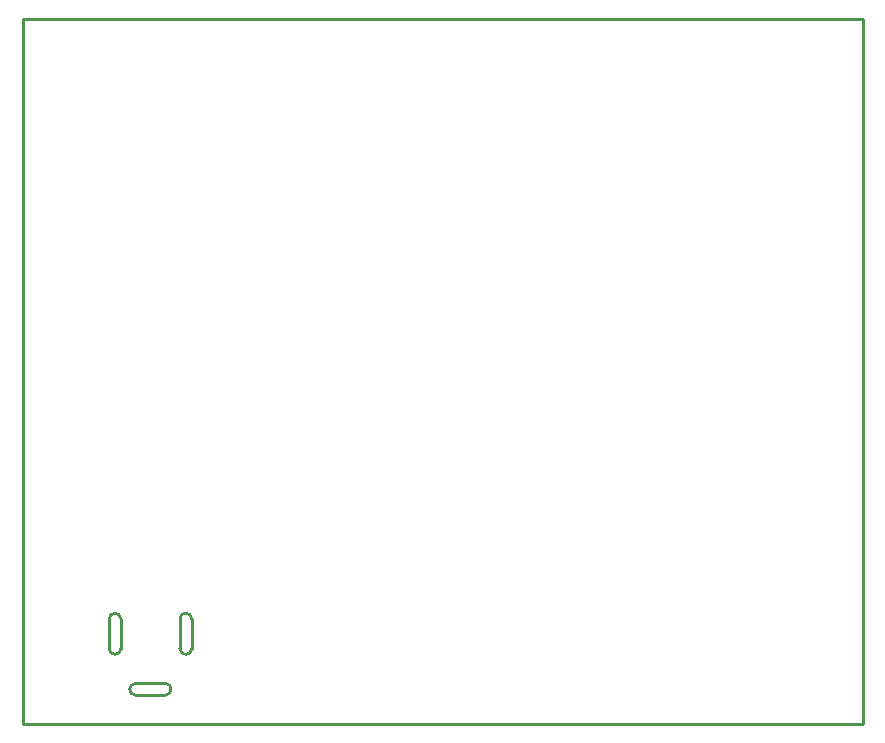
<source format=gm1>
G04 #@! TF.FileFunction,Profile,NP*
%FSLAX46Y46*%
G04 Gerber Fmt 4.6, Leading zero omitted, Abs format (unit mm)*
G04 Created by KiCad (PCBNEW 4.0.6) date 04/12/17 01:17:06*
%MOMM*%
%LPD*%
G01*
G04 APERTURE LIST*
%ADD10C,0.254000*%
G04 APERTURE END LIST*
D10*
X64120000Y-110470000D02*
X64120000Y-107970000D01*
X65120000Y-110470000D02*
X65120000Y-107970000D01*
X64120000Y-110470000D02*
G75*
G03X65120000Y-110470000I500000J0D01*
G01*
X65120000Y-107970000D02*
G75*
G03X64120000Y-107970000I-500000J0D01*
G01*
X62870000Y-114420000D02*
G75*
G03X62870000Y-113420000I0J500000D01*
G01*
X121920000Y-116840000D02*
X121920000Y-57150000D01*
X59120000Y-110470000D02*
X59120000Y-107970000D01*
X58120000Y-110470000D02*
G75*
G03X59120000Y-110470000I500000J0D01*
G01*
X60370000Y-113420000D02*
G75*
G03X60370000Y-114420000I0J-500000D01*
G01*
X62870000Y-113420000D02*
X60370000Y-113420000D01*
X59120000Y-107970000D02*
G75*
G03X58120000Y-107970000I-500000J0D01*
G01*
X50800000Y-116840000D02*
X50800000Y-57150000D01*
X58120000Y-110470000D02*
X58120000Y-107970000D01*
X62870000Y-114420000D02*
X60370000Y-114420000D01*
X50800000Y-57150000D02*
X121920000Y-57150000D01*
X121920000Y-116840000D02*
X50800000Y-116840000D01*
M02*

</source>
